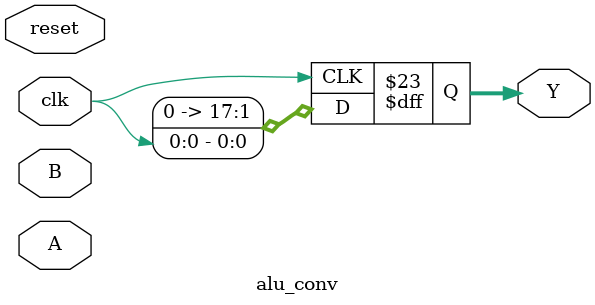
<source format=v>
module alu_conv(A, B, clk, reset, Y);
        input  wire     [15:0] A;
        input  wire     [15:0] B;
        input  wire           clk;
        input  wire           reset;
	output reg      [17:0] Y;
        reg [15:0]A_int;
        reg [15:0]B_int;
        reg [17:0]C_int;
        reg [1:0] state;
        parameter S0=2'b00,S1=2'b01,S2=2'b10,S3=2'b11;
        always @(posedge clk) begin
                Y <= clk;
      //          if(!reset)begin
                             	A_int<=0;
                                B_int<=0;
                                C_int<=0;
                                state <= S0;
       //         end
     //           else
       		case(state)
                	S0: begin
                                A_int <= A;
                                B_int <= B;
                                state <= S1;
                            end      
                        S1: begin
                                C_int <= A_int + B_int;
                                state <= S2; 	
                            end
                        S2: begin

                                C_int <= A_int + C_int;
                                state <= S3;
                            end
                        S3: begin
                                state <= S3;
                               // Y <= C_int;
                            end
                endcase
                end
endmodule

</source>
